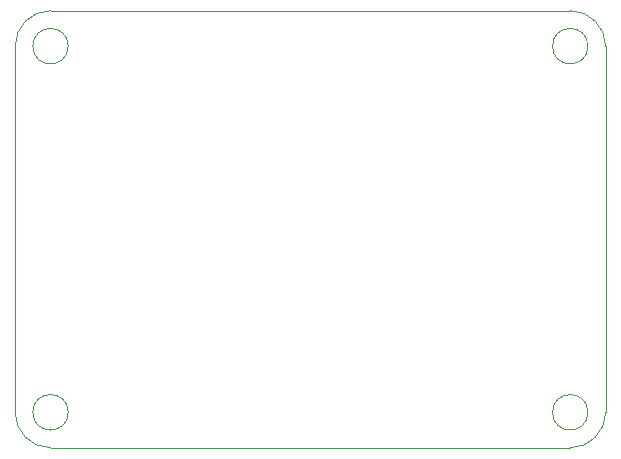
<source format=gbr>
%TF.GenerationSoftware,KiCad,Pcbnew,8.0.4*%
%TF.CreationDate,2024-09-21T01:35:51-04:00*%
%TF.ProjectId,DangerDoughnut,44616e67-6572-4446-9f75-67686e75742e,rev?*%
%TF.SameCoordinates,Original*%
%TF.FileFunction,Profile,NP*%
%FSLAX46Y46*%
G04 Gerber Fmt 4.6, Leading zero omitted, Abs format (unit mm)*
G04 Created by KiCad (PCBNEW 8.0.4) date 2024-09-21 01:35:51*
%MOMM*%
%LPD*%
G01*
G04 APERTURE LIST*
%TA.AperFunction,Profile*%
%ADD10C,0.050000*%
%TD*%
G04 APERTURE END LIST*
D10*
X79500000Y-39000000D02*
G75*
G02*
X76500000Y-39000000I-1500000J0D01*
G01*
X76500000Y-39000000D02*
G75*
G02*
X79500000Y-39000000I1500000J0D01*
G01*
X78000000Y-73000000D02*
G75*
G02*
X75000000Y-70000000I0J3000000D01*
G01*
X122000000Y-36000000D02*
G75*
G02*
X125000000Y-39000000I0J-3000000D01*
G01*
X125002800Y-70000000D02*
G75*
G02*
X122000000Y-73002800I-3002800J0D01*
G01*
X79500000Y-70000000D02*
G75*
G02*
X76500000Y-70000000I-1500000J0D01*
G01*
X76500000Y-70000000D02*
G75*
G02*
X79500000Y-70000000I1500000J0D01*
G01*
X125000000Y-39000000D02*
X125002800Y-70000000D01*
X123500000Y-39000000D02*
G75*
G02*
X120500000Y-39000000I-1500000J0D01*
G01*
X120500000Y-39000000D02*
G75*
G02*
X123500000Y-39000000I1500000J0D01*
G01*
X75000000Y-70000000D02*
X75000000Y-39000000D01*
X75000000Y-39000000D02*
G75*
G02*
X78000000Y-36000000I3000000J0D01*
G01*
X78000000Y-36000000D02*
X122000000Y-36000000D01*
X122000000Y-73002800D02*
X78000000Y-73000000D01*
X123500000Y-70000000D02*
G75*
G02*
X120500000Y-70000000I-1500000J0D01*
G01*
X120500000Y-70000000D02*
G75*
G02*
X123500000Y-70000000I1500000J0D01*
G01*
M02*

</source>
